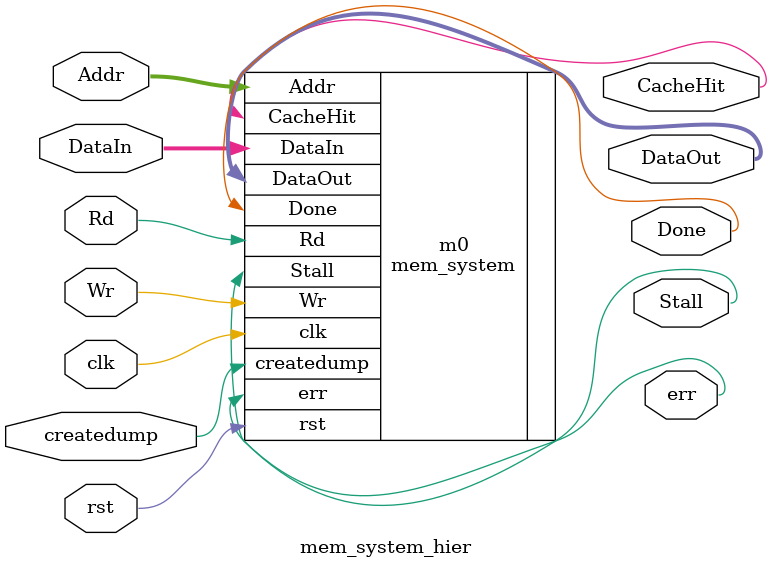
<source format=v>
/* $Author: karu $ */
/* $LastChangedDate: 2009-04-24 09:28:13 -0500 (Fri, 24 Apr 2009) $ */
/* $Rev: 77 $ */

`default_nettype none
module mem_system_hier(/*AUTOARG*/
                       // Outputs
                       DataOut, Done, Stall, CacheHit, err,
                       // Inputs
                       Addr, DataIn, Rd, Wr, createdump, clk, rst
                       );
   
   input wire  [15:0] Addr;
   input wire  [15:0] DataIn;
   input wire         Rd;
   input wire         Wr;
   input wire         createdump;
   input wire         clk;
    input wire         rst;
   
   output wire [15:0] DataOut;
   output wire        Done;
   output wire        Stall;
   output wire        CacheHit;
   output wire       err;

   /* data_mem = 1, inst_mem = 0 *
    * needed for cache parameter */
   parameter mem_type = 0;


   
   // Does not matter until you hook this up into your final processor
   
   mem_system #(mem_type) m0(/*AUTOINST*/
                      // Outputs
                      .DataOut          (DataOut[15:0]),
                      .Done             (Done),
                      .Stall            (Stall),
                      .CacheHit         (CacheHit),
                      .err              (err),
                      // Inputs
                      .Addr             (Addr[15:0]),
                      .DataIn           (DataIn[15:0]),
                      .Rd               (Rd),
                      .Wr               (Wr),
                      .createdump       (createdump),
                      .clk              (clk),
                      .rst              (rst));
   
endmodule // mem_system_hier
`default_nettype wire
// DUMMY LINE FOR REV CONTROL :9:

</source>
